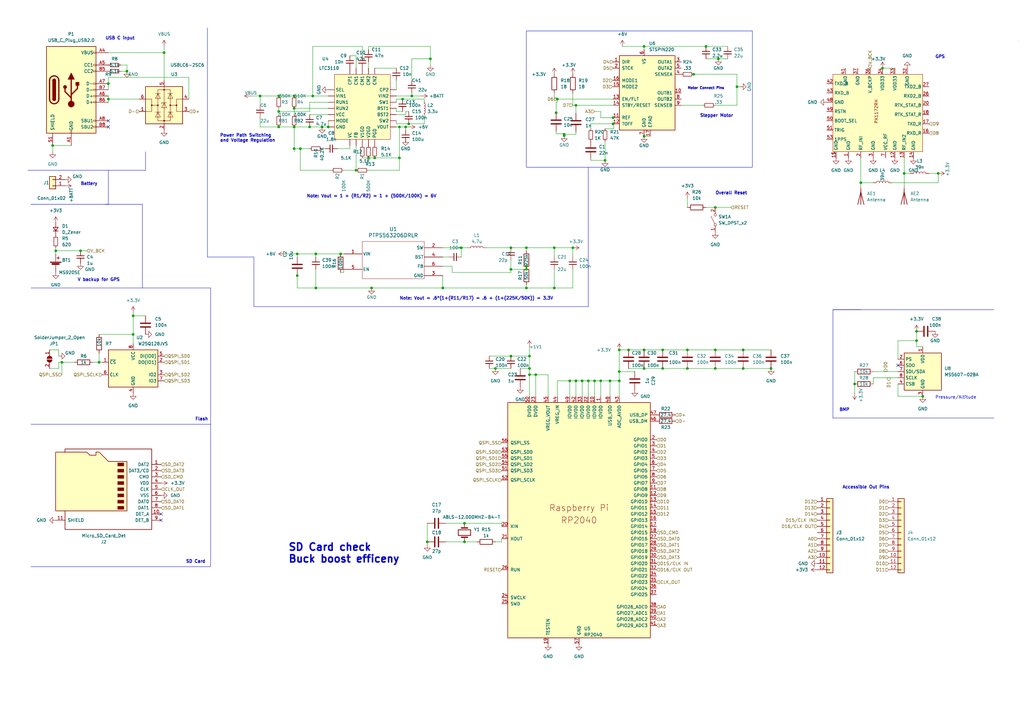
<source format=kicad_sch>
(kicad_sch (version 20230121) (generator eeschema)
  (paper "A3")
  (junction (at 120.65 44.45))
  (junction (at 114.3 45.72))
  (junction (at 353.06 74.93))
  (junction (at 284.48 30.48))
  (junction (at 375.92 139.7))
  (junction (at 243.84 156.21))
  (junction (at 52.07 29.21))
  (junction (at 293.37 143.51))
  (junction (at 251.46 48.26))
  (junction (at 370.84 71.12))
  (junction (at 251.46 50.8))
  (junction (at 227.33 118.11))
  (junction (at 209.55 146.05))
  (junction (at 190.5 222.25))
  (junction (at 132.08 52.07))
  (junction (at 168.91 39.37))
  (junction (at 294.64 24.13))
  (junction (at 203.2 151.13))
  (junction (at 361.95 27.94))
  (junction (at 264.16 151.13))
  (junction (at 151.13 64.77))
  (junction (at 215.9 118.11))
  (junction (at 350.52 157.48))
  (junction (at 190.5 214.63))
  (junction (at 128.27 39.37))
  (junction (at 302.26 35.56))
  (junction (at 217.17 146.05))
  (junction (at 25.4 148.59))
  (junction (at 293.37 85.09))
  (junction (at 250.19 156.21))
  (junction (at 129.54 104.14))
  (junction (at 209.55 101.6))
  (junction (at 293.37 151.13))
  (junction (at 44.45 34.29))
  (junction (at 114.3 39.37))
  (junction (at 176.53 24.13))
  (junction (at 209.55 110.49))
  (junction (at 227.33 101.6))
  (junction (at 215.9 109.22))
  (junction (at 228.6 40.64))
  (junction (at 153.67 64.77))
  (junction (at 217.17 151.13))
  (junction (at 384.81 71.12))
  (junction (at 219.71 153.67))
  (junction (at 123.19 60.96))
  (junction (at 233.68 156.21))
  (junction (at 281.94 143.51))
  (junction (at 163.83 64.77))
  (junction (at 167.64 50.8))
  (junction (at 120.65 52.07))
  (junction (at 44.45 40.64))
  (junction (at 289.56 19.05))
  (junction (at 241.3 156.21))
  (junction (at 40.64 148.59))
  (junction (at 234.95 101.6))
  (junction (at 54.61 129.54))
  (junction (at 121.92 113.03))
  (junction (at 264.16 55.88))
  (junction (at 217.17 153.67))
  (junction (at 152.4 118.11))
  (junction (at 254 156.21))
  (junction (at 271.78 151.13))
  (junction (at 120.65 39.37))
  (junction (at 127 52.07))
  (junction (at 175.26 222.25))
  (junction (at 134.62 52.07))
  (junction (at 236.22 156.21))
  (junction (at 54.61 137.16))
  (junction (at 215.9 101.6))
  (junction (at 181.61 118.11))
  (junction (at 146.05 69.85))
  (junction (at 254 152.4))
  (junction (at 33.02 102.87))
  (junction (at 163.83 52.07))
  (junction (at 316.23 151.13))
  (junction (at 121.92 104.14))
  (junction (at 114.3 52.07))
  (junction (at 264.16 143.51))
  (junction (at 281.94 151.13))
  (junction (at 238.76 156.21))
  (junction (at 129.54 118.11))
  (junction (at 231.394 55.118))
  (junction (at 231.394 55.626))
  (junction (at 215.9 110.49))
  (junction (at 21.59 59.69))
  (junction (at 254 143.51))
  (junction (at 375.92 135.89))
  (junction (at 304.8 151.13))
  (junction (at 304.8 143.51))
  (junction (at 378.46 162.56))
  (junction (at 236.22 43.18))
  (junction (at 248.158 65.786))
  (junction (at 165.1 40.64))
  (junction (at 139.7 104.14))
  (junction (at 120.65 60.96))
  (junction (at 67.31 21.59))
  (junction (at 264.16 19.05))
  (junction (at 22.86 102.87))
  (junction (at 257.81 143.51))
  (junction (at 106.68 39.37))
  (junction (at 166.37 52.07))
  (junction (at 228.092 46.228))
  (junction (at 246.38 156.21))
  (junction (at 271.78 143.51))
  (junction (at 189.23 101.6))
  (no_connect (at 368.3 149.86))
  (no_connect (at 44.45 49.53))
  (no_connect (at 66.04 213.36))
  (no_connect (at 66.04 210.82))
  (no_connect (at 44.45 52.07))
  (wire (pts (xy 228.346 46.228) (xy 228.092 46.228)))
  (wire (pts (xy 22.86 102.87) (xy 22.86 104.14)))
  (wire (pts (xy 254 143.51) (xy 257.81 143.51)))
  (wire (pts (xy 166.37 46.99) (xy 166.37 45.72)))
  (wire (pts (xy 200.66 146.05) (xy 209.55 146.05)))
  (wire (pts (xy 365.76 74.93) (xy 384.81 74.93)))
  (wire (pts (xy 255.27 19.05) (xy 264.16 19.05)))
  (wire (pts (xy 227.33 118.11) (xy 234.95 118.11)))
  (wire (pts (xy 54.61 137.16) (xy 54.61 140.97)))
  (wire (pts (xy 181.61 105.41) (xy 184.15 105.41)))
  (wire (pts (xy 242.316 50.8) (xy 251.46 50.8)))
  (wire (pts (xy 350.52 157.48) (xy 350.52 161.29)))
  (wire (pts (xy 236.22 156.21) (xy 236.22 162.56)))
  (wire (pts (xy 127 45.72) (xy 114.3 45.72)))
  (wire (pts (xy 257.81 143.51) (xy 264.16 143.51)))
  (wire (pts (xy 22.86 101.6) (xy 22.86 102.87)))
  (wire (pts (xy 234.95 101.6) (xy 234.95 105.41)))
  (wire (pts (xy 24.13 143.51) (xy 24.13 146.05)))
  (wire (pts (xy 40.64 144.78) (xy 40.64 148.59)))
  (wire (pts (xy 251.46 43.18) (xy 236.22 43.18)))
  (wire (pts (xy 129.54 110.49) (xy 129.54 118.11)))
  (wire (pts (xy 44.45 40.64) (xy 44.45 41.91)))
  (wire (pts (xy 264.16 19.05) (xy 264.16 20.32)))
  (wire (pts (xy 121.92 104.14) (xy 121.92 105.41)))
  (wire (pts (xy 251.46 48.26) (xy 251.714 48.26)))
  (wire (pts (xy 241.3 156.21) (xy 243.84 156.21)))
  (wire (pts (xy 289.56 19.05) (xy 298.45 19.05)))
  (wire (pts (xy 173.99 41.91) (xy 173.99 40.64)))
  (polyline (pts (xy 353.06 127) (xy 341.63 127)))
  (wire (pts (xy 102.87 39.37) (xy 106.68 39.37)))
  (wire (pts (xy 227.33 118.11) (xy 227.33 110.49)))
  (wire (pts (xy 303.53 35.56) (xy 302.26 35.56)))
  (polyline (pts (xy 104.14 125.73) (xy 241.3 125.73)))
  (wire (pts (xy 227.33 101.6) (xy 227.33 105.41)))
  (wire (pts (xy 114.3 44.45) (xy 114.3 45.72)))
  (wire (pts (xy 181.61 109.22) (xy 185.42 109.22)))
  (wire (pts (xy 175.26 214.63) (xy 175.26 222.25)))
  (wire (pts (xy 162.56 40.64) (xy 165.1 40.64)))
  (wire (pts (xy 123.19 69.85) (xy 123.19 60.96)))
  (wire (pts (xy 168.91 24.13) (xy 168.91 33.02)))
  (wire (pts (xy 134.62 49.53) (xy 134.62 52.07)))
  (wire (pts (xy 44.45 34.29) (xy 44.45 36.83)))
  (wire (pts (xy 185.42 111.76) (xy 209.55 111.76)))
  (wire (pts (xy 132.08 60.96) (xy 133.35 60.96)))
  (wire (pts (xy 162.56 52.07) (xy 163.83 52.07)))
  (wire (pts (xy 24.13 148.59) (xy 24.13 151.13)))
  (wire (pts (xy 121.92 113.03) (xy 121.92 118.11)))
  (wire (pts (xy 242.316 57.658) (xy 242.316 57.912)))
  (wire (pts (xy 242.316 52.832) (xy 242.316 50.8)))
  (wire (pts (xy 375.92 139.7) (xy 375.92 135.89)))
  (wire (pts (xy 129.54 118.11) (xy 152.4 118.11)))
  (wire (pts (xy 231.394 55.118) (xy 231.394 55.626)))
  (wire (pts (xy 54.61 129.54) (xy 59.69 129.54)))
  (wire (pts (xy 168.91 24.13) (xy 176.53 24.13)))
  (wire (pts (xy 368.3 147.32) (xy 368.3 139.7)))
  (wire (pts (xy 52.07 26.67) (xy 52.07 29.21)))
  (wire (pts (xy 143.51 60.96) (xy 138.43 60.96)))
  (wire (pts (xy 209.55 110.49) (xy 215.9 110.49)))
  (wire (pts (xy 236.22 156.21) (xy 238.76 156.21)))
  (wire (pts (xy 175.26 222.25) (xy 175.26 223.52)))
  (wire (pts (xy 264.16 151.13) (xy 271.78 151.13)))
  (wire (pts (xy 358.14 154.94) (xy 358.14 157.48)))
  (wire (pts (xy 121.92 104.14) (xy 129.54 104.14)))
  (wire (pts (xy 127 46.99) (xy 134.62 46.99)))
  (wire (pts (xy 38.1 148.59) (xy 40.64 148.59)))
  (wire (pts (xy 182.88 222.25) (xy 190.5 222.25)))
  (wire (pts (xy 146.05 27.94) (xy 146.05 22.86)))
  (wire (pts (xy 143.51 59.69) (xy 143.51 60.96)))
  (wire (pts (xy 294.64 24.13) (xy 298.45 24.13)))
  (wire (pts (xy 162.56 33.02) (xy 162.56 36.83)))
  (wire (pts (xy 238.76 156.21) (xy 238.76 162.56)))
  (wire (pts (xy 248.158 65.786) (xy 242.316 65.786)))
  (wire (pts (xy 54.61 137.16) (xy 54.61 129.54)))
  (wire (pts (xy 148.59 22.86) (xy 148.59 19.05)))
  (polyline (pts (xy 104.14 105.41) (xy 104.14 125.73)))
  (wire (pts (xy 248.158 52.832) (xy 251.714 52.832)))
  (wire (pts (xy 173.99 46.99) (xy 173.99 50.8)))
  (wire (pts (xy 358.14 152.4) (xy 368.3 152.4)))
  (wire (pts (xy 228.6 40.64) (xy 228.6 40.386)))
  (polyline (pts (xy 58.42 83.82) (xy 58.42 118.11)))
  (wire (pts (xy 52.07 29.21) (xy 49.53 29.21)))
  (wire (pts (xy 181.61 113.03) (xy 181.61 118.11)))
  (wire (pts (xy 132.08 52.07) (xy 134.62 52.07)))
  (wire (pts (xy 264.16 55.88) (xy 266.7 55.88)))
  (wire (pts (xy 123.19 69.85) (xy 135.89 69.85)))
  (wire (pts (xy 215.9 101.6) (xy 227.33 101.6)))
  (wire (pts (xy 215.9 118.11) (xy 215.9 116.84)))
  (wire (pts (xy 368.3 157.48) (xy 368.3 162.56)))
  (wire (pts (xy 120.65 44.45) (xy 134.62 44.45)))
  (wire (pts (xy 67.31 21.59) (xy 67.31 33.02)))
  (polyline (pts (xy 11.43 69.85) (xy 59.69 69.85)))
  (wire (pts (xy 200.66 151.13) (xy 203.2 151.13)))
  (wire (pts (xy 190.5 222.25) (xy 195.58 222.25)))
  (wire (pts (xy 176.53 19.05) (xy 176.53 24.13)))
  (wire (pts (xy 246.38 156.21) (xy 250.19 156.21)))
  (wire (pts (xy 246.38 48.26) (xy 251.46 48.26)))
  (wire (pts (xy 40.64 148.59) (xy 41.91 148.59)))
  (wire (pts (xy 168.91 38.1) (xy 168.91 39.37)))
  (wire (pts (xy 217.17 142.24) (xy 217.17 146.05)))
  (wire (pts (xy 181.61 101.6) (xy 189.23 101.6)))
  (wire (pts (xy 54.61 128.27) (xy 54.61 129.54)))
  (polyline (pts (xy 44.45 69.85) (xy 44.45 83.82)))
  (wire (pts (xy 166.37 58.42) (xy 166.37 57.15)))
  (wire (pts (xy 21.59 59.69) (xy 29.21 59.69)))
  (wire (pts (xy 40.64 137.16) (xy 54.61 137.16)))
  (wire (pts (xy 33.02 102.87) (xy 35.56 102.87)))
  (wire (pts (xy 185.42 109.22) (xy 185.42 111.76)))
  (wire (pts (xy 127 41.91) (xy 127 45.72)))
  (wire (pts (xy 224.79 153.67) (xy 219.71 153.67)))
  (wire (pts (xy 25.4 148.59) (xy 25.4 153.67)))
  (wire (pts (xy 254 152.4) (xy 260.35 152.4)))
  (wire (pts (xy 182.88 214.63) (xy 190.5 214.63)))
  (wire (pts (xy 106.68 39.37) (xy 114.3 39.37)))
  (wire (pts (xy 316.23 151.13) (xy 304.8 151.13)))
  (polyline (pts (xy 12.7 83.82) (xy 58.42 83.82)))
  (wire (pts (xy 190.5 214.63) (xy 205.74 214.63)))
  (wire (pts (xy 215.9 118.11) (xy 227.33 118.11)))
  (wire (pts (xy 162.56 49.53) (xy 162.56 50.8)))
  (wire (pts (xy 243.84 156.21) (xy 243.84 162.56)))
  (wire (pts (xy 293.37 43.18) (xy 302.26 43.18)))
  (wire (pts (xy 236.22 43.18) (xy 234.95 43.18)))
  (wire (pts (xy 123.19 60.96) (xy 127 60.96)))
  (wire (pts (xy 189.23 101.6) (xy 191.77 101.6)))
  (wire (pts (xy 227.33 40.386) (xy 227.33 38.1)))
  (wire (pts (xy 228.6 156.21) (xy 233.68 156.21)))
  (wire (pts (xy 281.94 143.51) (xy 293.37 143.51)))
  (wire (pts (xy 281.94 151.13) (xy 293.37 151.13)))
  (wire (pts (xy 289.56 24.13) (xy 294.64 24.13)))
  (wire (pts (xy 24.13 151.13) (xy 20.32 151.13)))
  (polyline (pts (xy 85.09 11.43) (xy 85.09 105.41)))
  (wire (pts (xy 162.56 44.45) (xy 162.56 45.72)))
  (wire (pts (xy 228.6 162.56) (xy 228.6 156.21)))
  (wire (pts (xy 370.84 76.2) (xy 370.84 71.12)))
  (wire (pts (xy 128.27 19.05) (xy 128.27 39.37)))
  (wire (pts (xy 353.06 74.93) (xy 353.06 64.77)))
  (wire (pts (xy 233.68 156.21) (xy 236.22 156.21)))
  (wire (pts (xy 151.13 64.77) (xy 153.67 64.77)))
  (wire (pts (xy 353.06 76.2) (xy 353.06 74.93)))
  (wire (pts (xy 246.38 45.72) (xy 246.38 48.26)))
  (wire (pts (xy 215.9 101.6) (xy 215.9 102.87)))
  (wire (pts (xy 251.46 40.64) (xy 228.6 40.64)))
  (polyline (pts (xy 341.63 127) (xy 341.63 171.45)))
  (wire (pts (xy 77.47 40.64) (xy 77.47 31.75)))
  (wire (pts (xy 121.92 110.49) (xy 121.92 113.03)))
  (wire (pts (xy 234.95 38.1) (xy 234.95 43.18)))
  (wire (pts (xy 49.53 26.67) (xy 52.07 26.67)))
  (wire (pts (xy 254 152.4) (xy 254 156.21)))
  (wire (pts (xy 128.27 39.37) (xy 134.62 39.37)))
  (wire (pts (xy 238.76 156.21) (xy 241.3 156.21)))
  (wire (pts (xy 224.79 162.56) (xy 224.79 153.67)))
  (polyline (pts (xy 341.63 171.45) (xy 407.67 171.45)))
  (wire (pts (xy 120.65 60.96) (xy 123.19 60.96)))
  (wire (pts (xy 173.99 50.8) (xy 167.64 50.8)))
  (wire (pts (xy 281.94 81.28) (xy 281.94 85.09)))
  (polyline (pts (xy 12.7 232.41) (xy 86.36 232.41)))
  (polyline (pts (xy 86.36 173.99) (xy 86.36 232.41)))
  (wire (pts (xy 203.2 222.25) (xy 205.74 222.25)))
  (wire (pts (xy 152.4 118.11) (xy 181.61 118.11)))
  (wire (pts (xy 228.092 54.864) (xy 231.394 54.864)))
  (wire (pts (xy 228.6 41.91) (xy 228.6 40.64)))
  (wire (pts (xy 120.65 62.23) (xy 120.65 60.96)))
  (wire (pts (xy 227.33 101.6) (xy 234.95 101.6)))
  (wire (pts (xy 215.9 107.95) (xy 215.9 109.22)))
  (polyline (pts (xy 44.45 83.82) (xy 43.18 83.82)))
  (wire (pts (xy 243.84 45.72) (xy 246.38 45.72)))
  (wire (pts (xy 203.2 151.13) (xy 209.55 151.13)))
  (wire (pts (xy 181.61 118.11) (xy 215.9 118.11)))
  (wire (pts (xy 166.37 53.34) (xy 166.37 52.07)))
  (wire (pts (xy 378.46 142.24) (xy 375.92 142.24)))
  (wire (pts (xy 209.55 106.68) (xy 209.55 110.49)))
  (wire (pts (xy 251.714 52.832) (xy 251.714 50.8)))
  (wire (pts (xy 153.67 64.77) (xy 163.83 64.77)))
  (wire (pts (xy 44.45 39.37) (xy 44.45 40.64)))
  (wire (pts (xy 370.84 71.12) (xy 373.38 71.12)))
  (wire (pts (xy 250.19 156.21) (xy 250.19 162.56)))
  (polyline (pts (xy 59.69 62.23) (xy 59.69 69.85)))
  (wire (pts (xy 236.22 54.102) (xy 236.22 55.118)))
  (wire (pts (xy 271.78 143.51) (xy 281.94 143.51)))
  (wire (pts (xy 120.65 44.45) (xy 120.65 46.99)))
  (wire (pts (xy 129.54 104.14) (xy 139.7 104.14)))
  (polyline (pts (xy 12.7 118.11) (xy 86.36 118.11)))
  (wire (pts (xy 21.59 59.69) (xy 21.59 62.23)))
  (wire (pts (xy 227.33 40.386) (xy 228.6 40.386)))
  (wire (pts (xy 168.91 39.37) (xy 172.72 39.37)))
  (wire (pts (xy 381 71.12) (xy 384.81 71.12)))
  (wire (pts (xy 358.14 154.94) (xy 368.3 154.94)))
  (wire (pts (xy 271.78 151.13) (xy 281.94 151.13)))
  (wire (pts (xy 162.56 50.8) (xy 167.64 50.8)))
  (wire (pts (xy 217.17 153.67) (xy 219.71 153.67)))
  (wire (pts (xy 250.19 156.21) (xy 254 156.21)))
  (wire (pts (xy 217.17 146.05) (xy 217.17 151.13)))
  (wire (pts (xy 77.47 31.75) (xy 44.45 31.75)))
  (wire (pts (xy 205.74 214.63) (xy 205.74 215.9)))
  (wire (pts (xy 120.65 52.07) (xy 127 52.07)))
  (wire (pts (xy 166.37 52.07) (xy 167.64 52.07)))
  (wire (pts (xy 248.158 57.912) (xy 248.158 65.786)))
  (wire (pts (xy 140.97 111.76) (xy 140.97 110.49)))
  (wire (pts (xy 116.84 104.14) (xy 121.92 104.14)))
  (wire (pts (xy 140.97 69.85) (xy 146.05 69.85)))
  (wire (pts (xy 22.86 102.87) (xy 33.02 102.87)))
  (wire (pts (xy 189.23 101.6) (xy 189.23 105.41)))
  (wire (pts (xy 114.3 45.72) (xy 114.3 46.99)))
  (wire (pts (xy 148.59 19.05) (xy 128.27 19.05)))
  (wire (pts (xy 162.56 46.99) (xy 166.37 46.99)))
  (wire (pts (xy 163.83 69.85) (xy 163.83 64.77)))
  (wire (pts (xy 129.54 104.14) (xy 129.54 105.41)))
  (wire (pts (xy 205.74 222.25) (xy 205.74 220.98)))
  (wire (pts (xy 106.68 52.07) (xy 114.3 52.07)))
  (wire (pts (xy 173.99 40.64) (xy 165.1 40.64)))
  (wire (pts (xy 231.394 54.864) (xy 231.394 55.118)))
  (wire (pts (xy 228.092 41.91) (xy 228.092 46.228)))
  (wire (pts (xy 209.55 146.05) (xy 217.17 146.05)))
  (wire (pts (xy 146.05 59.69) (xy 146.05 69.85)))
  (polyline (pts (xy 86.36 118.11) (xy 86.36 173.99)))
  (wire (pts (xy 151.13 20.32) (xy 151.13 19.05)))
  (wire (pts (xy 151.13 27.94) (xy 151.13 25.4)))
  (polyline (pts (xy 12.7 173.99) (xy 86.36 173.99)))
  (wire (pts (xy 284.48 30.48) (xy 302.26 30.48)))
  (wire (pts (xy 121.92 118.11) (xy 129.54 118.11)))
  (wire (pts (xy 257.81 151.13) (xy 264.16 151.13)))
  (wire (pts (xy 302.26 30.48) (xy 302.26 35.56)))
  (wire (pts (xy 302.26 35.56) (xy 302.26 43.18)))
  (wire (pts (xy 162.56 39.37) (xy 168.91 39.37)))
  (wire (pts (xy 213.36 151.13) (xy 217.17 151.13)))
  (wire (pts (xy 120.65 52.07) (xy 120.65 60.96)))
  (wire (pts (xy 293.37 143.51) (xy 304.8 143.51)))
  (wire (pts (xy 120.65 39.37) (xy 128.27 39.37)))
  (wire (pts (xy 264.16 143.51) (xy 271.78 143.51)))
  (wire (pts (xy 350.52 152.4) (xy 350.52 157.48)))
  (wire (pts (xy 44.45 21.59) (xy 67.31 21.59)))
  (wire (pts (xy 134.62 41.91) (xy 127 41.91)))
  (wire (pts (xy 114.3 52.07) (xy 120.65 52.07)))
  (wire (pts (xy 114.3 39.37) (xy 120.65 39.37)))
  (wire (pts (xy 163.83 64.77) (xy 163.83 52.07)))
  (wire (pts (xy 163.83 52.07) (xy 166.37 52.07)))
  (wire (pts (xy 231.394 55.626) (xy 231.394 55.88)))
  (wire (pts (xy 304.8 143.51) (xy 316.23 143.51)))
  (wire (pts (xy 199.39 101.6) (xy 209.55 101.6)))
  (wire (pts (xy 246.38 156.21) (xy 246.38 162.56)))
  (wire (pts (xy 67.31 19.05) (xy 67.31 21.59)))
  (wire (pts (xy 361.95 27.94) (xy 367.03 27.94)))
  (wire (pts (xy 368.3 162.56) (xy 378.46 162.56)))
  (wire (pts (xy 264.16 19.05) (xy 289.56 19.05)))
  (wire (pts (xy 44.45 31.75) (xy 44.45 34.29)))
  (wire (pts (xy 288.29 43.18) (xy 279.4 43.18)))
  (wire (pts (xy 228.6 41.91) (xy 228.092 41.91)))
  (wire (pts (xy 139.7 104.14) (xy 140.97 104.14)))
  (wire (pts (xy 146.05 22.86) (xy 143.51 22.86)))
  (wire (pts (xy 166.37 45.72) (xy 167.64 45.72)))
  (wire (pts (xy 153.67 27.94) (xy 162.56 27.94)))
  (wire (pts (xy 233.68 162.56) (xy 233.68 156.21)))
  (wire (pts (xy 293.37 85.09) (xy 299.72 85.09)))
  (wire (pts (xy 370.84 71.12) (xy 370.84 64.77)))
  (wire (pts (xy 57.15 40.64) (xy 44.45 40.64)))
  (wire (pts (xy 304.8 151.13) (xy 293.37 151.13)))
  (polyline (pts (xy 341.63 127) (xy 407.67 127)))
  (wire (pts (xy 215.9 109.22) (xy 215.9 110.49)))
  (wire (pts (xy 217.17 153.67) (xy 217.17 151.13)))
  (wire (pts (xy 234.95 118.11) (xy 234.95 110.49)))
  (wire (pts (xy 151.13 69.85) (xy 163.83 69.85)))
  (wire (pts (xy 236.22 43.18) (xy 236.22 46.482)))
  (wire (pts (xy 139.7 105.41) (xy 139.7 104.14)))
  (wire (pts (xy 219.71 153.67) (xy 219.71 162.56)))
  (wire (pts (xy 24.13 148.59) (xy 25.4 148.59)))
  (wire (pts (xy 251.46 50.8) (xy 251.714 50.8)))
  (polyline (pts (xy 241.3 68.58) (xy 241.3 125.73)))
  (wire (pts (xy 241.3 156.21) (xy 241.3 162.56)))
  (wire (pts (xy 254 156.21) (xy 254 162.56)))
  (wire (pts (xy 289.56 85.09) (xy 293.37 85.09)))
  (wire (pts (xy 209.55 101.6) (xy 215.9 101.6)))
  (wire (pts (xy 353.06 74.93) (xy 358.14 74.93)))
  (wire (pts (xy 148.59 64.77) (xy 151.13 64.77)))
  (wire (pts (xy 209.55 110.49) (xy 209.55 111.76)))
  (wire (pts (xy 384.81 74.93) (xy 384.81 71.12)))
  (wire (pts (xy 242.316 65.786) (xy 242.316 65.278)))
  (wire (pts (xy 25.4 148.59) (xy 30.48 148.59)))
  (wire (pts (xy 217.17 153.67) (xy 217.17 162.56)))
  (wire (pts (xy 254 143.51) (xy 254 152.4)))
  (wire (pts (xy 127 52.07) (xy 132.08 52.07)))
  (wire (pts (xy 151.13 19.05) (xy 176.53 19.05)))
  (wire (pts (xy 176.53 24.13) (xy 176.53 26.67)))
  (polyline (pts (xy 85.09 105.41) (xy 104.14 105.41)))
  (wire (pts (xy 375.92 142.24) (xy 375.92 139.7)))
  (wire (pts (xy 236.22 55.118) (xy 231.394 55.118)))
  (wire (pts (xy 20.32 143.51) (xy 24.13 143.51)))
  (wire (pts (xy 368.3 139.7) (xy 375.92 139.7)))
  (wire (pts (xy 162.56 41.91) (xy 162.56 40.64)))
  (wire (pts (xy 228.092 54.864) (xy 228.092 53.848)))
  (wire (pts (xy 106.68 48.26) (xy 106.68 52.07)))
  (wire (pts (xy 139.7 111.76) (xy 140.97 111.76)))
  (wire (pts (xy 106.68 43.18) (xy 106.68 39.37)))
  (wire (pts (xy 162.56 45.72) (xy 165.1 45.72)))
  (wire (pts (xy 284.226 30.48) (xy 284.48 30.48)))
  (wire (pts (xy 243.84 156.21) (xy 246.38 156.21)))
  (rectangle (start 215.9 12.7) (end 308.61 68.58))
  (text "Accessible Out Pins\n" (at 345.44 200.66 0) (effects (font (size 1.27 1.27) bold) (justify left bottom)))
  (text "Flash" (at 80.01 172.72 0) (effects (font (size 1.27 1.27) bold) (justify left bottom)))
  (text "V backup for GPS" (at 31.75 115.57 0) (effects (font (size 1.27 1.27) bold) (justify left bottom)))
  (text "Power Path Switching \nand Voltage Regulation" (at 90.17 58.42 0) (effects (font (size 1.27 1.27) bold) (justify left bottom)))
  (text "USB C input" (at 43.18 16.51 0) (effects (font (size 1.27 1.27) bold) (justify left bottom)))
  (text "GPS" (at 383.54 24.13 0) (effects (font (size 1.27 1.27) bold) (justify left bottom)))
  (text "Pressure/Altitude\n" (at 383.54 163.83 0) (effects (font (size 1.27 1.27)) (justify left bottom)))
  (text "Battery" (at 33.02 76.2 0) (effects (font (size 1.27 1.27) bold) (justify left bottom)))
  (text "Motor Connect Pins\n" (at 281.94 36.83 0) (effects (font (size 1 1) (thickness 0.254) bold) (justify left bottom)))
  (text "BMP" (at 344.17 168.91 0) (effects (font (size 1.27 1.27) bold) (justify left bottom)))
  (text "Note: Vout = 1 + (R1/R2) = 1 + (500K/100K) = 6V\n" (at 125.73 81.28 0) (effects (font (size 1.27 1.27) (thickness 0.254) bold) (justify left bottom)))
  (text "Stepper Motor\n" (at 287.02 48.26 0) (effects (font (size 1.27 1.27) (thickness 0.254) bold) (justify left bottom)))
  (text "Note: Vout = .6*(1+(R11/R17) = .6 + (1+(225K/50K)) = 3.3V\n" (at 163.83 123.19 0) (effects (font (size 1.27 1.27) (thickness 0.254) bold) (justify left bottom)))
  (text "SD Card check\nBuck boost efficeny" (at 118.11 231.14 0) (effects (font (size 3 3) bold) (justify left bottom)))
  (text "SD Card" (at 76.2 231.14 0) (effects (font (size 1.27 1.27) bold) (justify left bottom)))
  (text "Overall Reset" (at 293.37 80.01 0) (effects (font (size 1.27 1.27) bold) (justify left bottom)))
  (hierarchical_label "A1" (shape input) (at 269.24 251.46 0))
  (hierarchical_label "SD_DAT1" (shape input) (at 66.04 208.28 0))
  (hierarchical_label "D9" (shape input) (at 269.24 203.2 0))
  (hierarchical_label "D16{slash}CLK OUT" (shape input) (at 269.24 233.68 0))
  (hierarchical_label "QSPI_SD1" (shape input) (at 67.31 148.59 0))
  (hierarchical_label "SD_DAT1" (shape input) (at 269.24 223.52 0))
  (hierarchical_label "V_BCK" (shape input) (at 35.56 102.87 0))
  (hierarchical_label "CLK_OUT" (shape input) (at 269.24 238.76 0))
  (hierarchical_label "QSPI_SD2" (shape input) (at 67.31 153.67 0))
  (hierarchical_label "D3" (shape input) (at 364.49 213.36 180))
  (hierarchical_label "SD_CMD" (shape input) (at 269.24 218.44 0))
  (hierarchical_label "D0" (shape input) (at 269.24 180.34 0))
  (hierarchical_label "A0" (shape input) (at 269.24 248.92 0))
  (hierarchical_label "QSPI_SCLK" (shape input) (at 41.91 153.67 180))
  (hierarchical_label "D+" (shape input) (at 77.47 45.72 0))
  (hierarchical_label "D10" (shape input) (at 269.24 205.74 0))
  (hierarchical_label "QSPI_SD3" (shape input) (at 205.74 193.04 180))
  (hierarchical_label "D7" (shape input) (at 364.49 223.52 180))
  (hierarchical_label "D5" (shape input) (at 364.49 218.44 180))
  (hierarchical_label "A3" (shape input) (at 243.84 45.72 180))
  (hierarchical_label "D9" (shape input) (at 364.49 228.6 180))
  (hierarchical_label "QSPI_SCLK" (shape input) (at 205.74 196.85 180))
  (hierarchical_label "SD_CMD" (shape input) (at 66.04 195.58 0))
  (hierarchical_label "A1" (shape input) (at 335.28 223.52 180))
  (hierarchical_label "SD_DAT0" (shape input) (at 66.04 205.74 0))
  (hierarchical_label "QSPI_SD2" (shape input) (at 205.74 190.5 180))
  (hierarchical_label "D8" (shape input) (at 364.49 226.06 180))
  (hierarchical_label "A0" (shape input) (at 335.28 220.98 180))
  (hierarchical_label "D14" (shape input) (at 335.28 210.82 180))
  (hierarchical_label "D8" (shape input) (at 269.24 200.66 0))
  (hierarchical_label "D2" (shape input) (at 364.49 210.82 180))
  (hierarchical_label "D-" (shape input) (at 276.86 172.72 0))
  (hierarchical_label "D6" (shape input) (at 364.49 220.98 180))
  (hierarchical_label "A3" (shape input) (at 269.24 256.54 0))
  (hierarchical_label "QSPI_SD1" (shape input) (at 205.74 187.96 180))
  (hierarchical_label "QSPI_SD0" (shape input) (at 67.31 146.05 0))
  (hierarchical_label "D2" (shape input) (at 251.206 33.02 180))
  (hierarchical_label "D13" (shape input) (at 335.28 208.28 180))
  (hierarchical_label "D10" (shape input) (at 364.49 231.14 180))
  (hierarchical_label "A3" (shape input) (at 335.28 228.6 180))
  (hierarchical_label "D6" (shape input) (at 269.24 195.58 0))
  (hierarchical_label "QSPI_SS" (shape input) (at 25.4 153.67 180))
  (hierarchical_label "D5" (shape input) (at 251.46 27.94 180))
  (hierarchical_label "QSPI_SD3" (shape input) (at 67.31 156.21 0))
  (hierarchical_label "D12" (shape input) (at 335.28 205.74 180))
  (hierarchical_label "D7" (shape input) (at 269.24 198.12 0))
  (hierarchical_label "D4" (shape input) (at 364.49 215.9 180))
  (hierarchical_label "D8" (shape input) (at 381 54.61 0))
  (hierarchical_label "D4" (shape input) (at 269.24 190.5 0))
  (hierarchical_label "V_BCK" (shape input) (at 356.87 27.94 90))
  (hierarchical_label "D-" (shape input) (at 57.15 45.72 180))
  (hierarchical_label "D7" (shape input) (at 234.95 43.18 180))
  (hierarchical_label "SD_DAT2" (shape input) (at 269.24 226.06 0))
  (hierarchical_label "D+" (shape input) (at 276.86 170.18 0))
  (hierarchical_label "A2" (shape input) (at 335.28 226.06 180))
  (hierarchical_label "SD_DAT3" (shape input) (at 269.24 228.6 0))
  (hierarchical_label "D5" (shape input) (at 269.24 193.04 0))
  (hierarchical_label "SD_DAT3" (shape input) (at 66.04 193.04 0))
  (hierarchical_label "SD_DAT0" (shape input) (at 269.24 220.98 0))
  (hierarchical_label "QSPI_SD0" (shape input) (at 205.74 185.42 180))
  (hierarchical_label "D9" (shape input) (at 381 50.8 0))
  (hierarchical_label "SD_DAT2" (shape input) (at 66.04 190.5 0))
  (hierarchical_label "D3" (shape input) (at 251.206 35.56 180))
  (hierarchical_label "D15{slash}CLK IN" (shape input) (at 335.28 213.36 180))
  (hierarchical_label "D1" (shape output) (at 364.49 154.94 270))
  (hierarchical_label "D0" (shape output) (at 363.22 152.4 90))
  (hierarchical_label "CLK_OUT" (shape input) (at 66.04 200.66 0))
  (hierarchical_label "D12" (shape input) (at 269.24 210.82 0))
  (hierarchical_label "RESET" (shape input) (at 299.72 85.09 0))
  (hierarchical_label "D0" (shape input) (at 364.49 205.74 180))
  (hierarchical_label "A2" (shape input) (at 269.24 254 0))
  (hierarchical_label "D11" (shape input) (at 364.49 233.68 180))
  (hierarchical_label "D15{slash}CLK IN" (shape input) (at 269.24 231.14 0))
  (hierarchical_label "D4" (shape input) (at 251.46 25.4 180))
  (hierarchical_label "D11" (shape input) (at 269.24 208.28 0))
  (hierarchical_label "D3" (shape input) (at 269.24 187.96 0))
  (hierarchical_label "QSPI_SS" (shape input) (at 205.74 181.61 180))
  (hierarchical_label "D6" (shape input) (at 228.6 40.64 180))
  (hierarchical_label "D2" (shape input) (at 269.24 185.42 0))
  (hierarchical_label "D1" (shape input) (at 269.24 182.88 0))
  (hierarchical_label "D16{slash}CLK OUT" (shape input) (at 335.28 215.9 180))
  (hierarchical_label "D1" (shape input) (at 364.49 208.28 180))
  (hierarchical_label "RESET" (shape input) (at 205.74 233.68 180))
  (symbol (lib_id "power:GND") (at 175.26 223.52 0) (unit 1)
    (property "Reference" "#PWR0130" (effects hide))
    (property "Value" "GND" (at 175.26 228.6 0))
  )
  (symbol (lib_id "Device:R_Small") (at 148.59 69.85 90) (unit 1)
    (property "Reference" "R1" (at 148.59 73.66 0) (effects (justify left)))
    (property "Value" "500K" (at 151.13 78.74 0) (effects (justify left)))
    (property "Footprint" "Resistor_SMD:R_0603_1608Metric" (effects hide))
  )
  (symbol (lib_id "power:GND") (at 52.07 29.21 0) (unit 1)
    (property "Reference" "#PWR0129" (effects hide))
    (property "Value" "GND" (at 54.61 30.48 0))
  )
  (symbol (lib_id "Device:L") (at 195.58 101.6 90) (unit 1)
    (property "Reference" "L1" (at 195.58 96.52 90))
    (property "Value" "4.7u" (at 195.58 99.06 90))
    (property "Footprint" "Inductor_SMD:L_0603_1608Metric" (effects hide))
  )
  (symbol (lib_id "Compon:RP2040") (at 237.49 213.36 0) (unit 1)
    (property "Reference" "U5" (at 239.5094 257.81 0) (effects (justify left)))
    (property "Value" "RP2040" (at 239.5094 260.35 0) (effects (justify left)))
    (property "Footprint" "RP2040_minimal:RP2040-QFN-56" (effects hide))
    (property "Datasheet" "https://datasheets.raspberrypi.com/rp2040/rp2040-datasheet.pdf" (effects hide))
  )
  (symbol (lib_id "Device:C") (at 59.69 133.35 0) (unit 1)
    (property "Reference" "C5" (at 63.5 130.81 0) (effects (justify left)))
    (property "Value" "100n" (at 63.5 133.35 0) (effects (justify left)))
    (property "Footprint" "Capacitor_SMD:C_0402_1005Metric" (effects hide))
  )
  (symbol (lib_id "Device:C_Small") (at 127 49.53 0) (unit 1)
    (property "Reference" "C7" (at 129.54 48.2662 0) (effects (justify left)))
    (property "Value" "4.7u" (at 129.54 50.8062 0) (effects (justify left)))
    (property "Footprint" "Capacitor_SMD:C_0402_1005Metric" (effects hide))
  )
  (symbol (lib_id "Device:R_Small") (at 129.54 60.96 90) (unit 1)
    (property "Reference" "R10" (at 129.54 64.77 0) (effects (justify left)))
    (property "Value" "40.2K" (at 132.08 66.04 0) (effects (justify left)))
    (property "Footprint" "Resistor_SMD:R_0603_1608Metric" (effects hide))
  )
  (symbol (lib_id "GPS:PX1172RH") (at 367.03 55.88 0) (unit 1)
    (property "Reference" "U7" (effects hide))
    (property "Value" "~" (at 431.8 50.8 0))
    (property "Footprint" "GPS:PX1172RH" (effects hide))
  )
  (symbol (lib_id "Device:L_Small") (at 173.99 44.45 0) (unit 1)
    (property "Reference" "L2" (at 175.26 43.18 0) (effects (justify left)))
    (property "Value" "3.3u" (at 175.26 45.72 0) (effects (justify left)))
    (property "Footprint" "Inductor_SMD:L_0603_1608Metric" (effects hide))
  )
  (symbol (lib_id "power:GND") (at 213.36 158.75 0) (unit 1)
    (property "Reference" "#PWR0118" (effects hide))
    (property "Value" "GND" (at 213.36 163.83 0))
  )
  (symbol (lib_id "Device:R_Small") (at 46.99 26.67 90) (unit 1)
    (property "Reference" "R8" (at 46.99 24.13 90))
    (property "Value" "5.1k" (at 46.99 26.67 90) (effects (font (size 1.2 1.2))))
    (property "Footprint" "Resistor_SMD:R_0603_1608Metric" (effects hide))
  )
  (symbol (lib_id "power:+3.3V") (at 234.95 30.48 0) (unit 1)
    (property "Reference" "#PWR03" (effects hide))
    (property "Value" "+3.3V" (at 236.22 26.67 0) (effects (justify right)))
  )
  (symbol (lib_id "power:+3.3V") (at 375.92 135.89 0) (unit 1)
    (property "Reference" "#PWR0107" (effects hide))
    (property "Value" "+3.3V" (at 375.92 130.81 0))
  )
  (symbol (lib_id "Device:R") (at 215.9 106.68 180) (unit 1)
    (property "Reference" "R11" (at 213.36 106.68 90))
    (property "Value" "225k" (at 215.9 106.68 90))
    (property "Footprint" "Resistor_SMD:R_0603_1608Metric" (effects hide))
  )
  (symbol (lib_id "power:GND") (at 26.67 73.66 90) (unit 1)
    (property "Reference" "#PWR0126" (effects hide))
    (property "Value" "GND" (at 31.75 72.39 90))
  )
  (symbol (lib_id "Device:R_Small") (at 138.43 69.85 90) (unit 1)
    (property "Reference" "R2" (at 138.43 73.66 0) (effects (justify left)))
    (property "Value" "100K" (at 140.97 78.74 0) (effects (justify left)))
    (property "Footprint" "Resistor_SMD:R_0603_1608Metric" (effects hide))
  )
  (symbol (lib_id "Device:C") (at 179.07 222.25 90) (unit 1)
    (property "Reference" "C18" (at 179.07 218.44 90))
    (property "Value" "27p" (at 179.07 226.06 90))
    (property "Footprint" "Capacitor_SMD:C_0603_1608Metric_Pad1.08x0.95mm_HandSolder" (effects hide))
  )
  (symbol (lib_id "Power_Protection:USBLC6-2SC6") (at 67.31 43.18 0) (unit 1)
    (property "Reference" "U3" (at 70.0787 30.48 0) (effects (justify left)))
    (property "Value" "USBLC6-2SC6" (at 69.85 26.67 0) (effects (justify left)))
    (property "Footprint" "Package_TO_SOT_SMD:SOT-23-6" (effects hide))
    (property "Datasheet" "https://www.st.com/resource/en/datasheet/usblc6-2.pdf" (effects hide))
  )
  (symbol (lib_id "Device:C_Small") (at 151.13 22.86 0) (unit 1)
    (property "Reference" "C11" (at 152.4 20.32 0) (effects (justify left)))
    (property "Value" "47n" (at 153.67 22.86 0) (effects (justify left)))
    (property "Footprint" "Capacitor_SMD:C_0402_1005Metric" (effects hide))
  )
  (symbol (lib_id "power:+6V") (at 116.84 104.14 90) (unit 1)
    (property "Reference" "#PWR010" (effects hide))
    (property "Value" "+6V" (at 113.03 104.14 90) (effects (justify left)))
  )
  (symbol (lib_name "C_Small_1") (lib_id "Device:C_Small") (at 186.69 105.41 90) (unit 1)
    (property "Reference" "C3" (at 186.6963 99.06 90))
    (property "Value" "100n" (at 186.6963 101.6 90))
    (property "Footprint" "Capacitor_SMD:C_0402_1005Metric_Pad0.74x0.62mm_HandSolder" (effects hide))
  )
  (symbol (lib_id "Device:R") (at 40.64 140.97 0) (unit 1)
    (property "Reference" "R7" (at 43.18 140.97 0) (effects (justify left)))
    (property "Value" "10k" (at 40.64 142.24 90) (effects (justify left)))
    (property "Footprint" "Resistor_SMD:R_0603_1608Metric" (effects hide))
  )
  (symbol (lib_id "Device:R") (at 273.05 172.72 270) (unit 1)
    (property "Reference" "R23" (at 273.05 175.26 90))
    (property "Value" "27.4" (at 273.05 172.72 90))
    (property "Footprint" "Resistor_SMD:R_0603_1608Metric" (effects hide))
  )
  (symbol (lib_id "power:GND") (at 33.02 107.95 0) (unit 1)
    (property "Reference" "#PWR0136" (effects hide))
    (property "Value" "GND" (at 36.83 110.49 0))
  )
  (symbol (lib_id "Device:R_Small") (at 114.3 49.53 180) (unit 1)
    (property "Reference" "RB1" (at 118.11 49.53 0) (effects (justify left)))
    (property "Value" "100K" (at 119.38 46.99 0) (effects (justify left)))
    (property "Footprint" "Resistor_SMD:R_0603_1608Metric" (effects hide))
  )
  (symbol (lib_id "power:GND") (at 203.2 151.13 0) (unit 1)
    (property "Reference" "#PWR0131" (effects hide))
    (property "Value" "GND" (at 203.2 156.21 0))
  )
  (symbol (lib_id "power:GND") (at 24.13 146.05 90) (unit 1)
    (property "Reference" "#PWR0134" (effects hide))
    (property "Value" "GND" (at 26.67 144.78 90) (effects (justify right)))
  )
  (symbol (lib_id "power:+3.3V") (at 227.33 30.48 0) (unit 1)
    (property "Reference" "#PWR04" (effects hide))
    (property "Value" "+3.3V" (at 220.98 30.48 0))
  )
  (symbol (lib_id "Device:C") (at 281.94 147.32 0) (unit 1)
    (property "Reference" "C32" (at 285.75 146.0499 0) (effects (justify left)))
    (property "Value" "100n" (at 285.75 148.5899 0) (effects (justify left)))
    (property "Footprint" "Capacitor_SMD:C_0402_1005Metric" (effects hide))
  )
  (symbol (lib_name "C_Small_1") (lib_id "Device:C_Small") (at 227.33 107.95 180) (unit 1)
    (property "Reference" "C21" (at 228.6 105.41 0) (effects (justify right)))
    (property "Value" "22u" (at 228.6 110.49 0) (effects (justify right)))
    (property "Footprint" "Capacitor_SMD:C_0402_1005Metric_Pad0.74x0.62mm_HandSolder" (effects hide))
  )
  (symbol (lib_id "power:+3V3") (at 22.86 91.44 0) (unit 1)
    (property "Reference" "#PWR0137" (effects hide))
    (property "Value" "+3V3" (at 22.86 86.36 0))
  )
  (symbol (lib_id "Device:Antenna") (at 370.84 81.28 180) (unit 1)
    (property "Reference" "AE2" (at 373.38 79.375 0) (effects (justify right)))
    (property "Value" "Antenna" (at 373.38 81.915 0) (effects (justify right)))
    (property "Footprint" "GPS:SMA_Molex_73251-1153_EdgeMount_Horizontal" (effects hide))
  )
  (symbol (lib_id "power:+3.3V") (at 361.95 27.94 0) (unit 1)
    (property "Reference" "#PWR017" (effects hide))
    (property "Value" "+3.3V" (at 363.22 24.13 0) (effects (justify right)))
  )
  (symbol (lib_id "Device:R_Small") (at 120.65 41.91 180) (unit 1)
    (property "Reference" "R4" (at 124.46 41.91 0) (effects (justify left)))
    (property "Value" "510K" (at 125.73 39.37 0) (effects (justify left)))
    (property "Footprint" "Resistor_SMD:R_0603_1608Metric" (effects hide))
  )
  (symbol (lib_id "power:GND") (at 22.86 111.76 0) (unit 1)
    (property "Reference" "#PWR0135" (effects hide))
    (property "Value" "GND" (at 22.86 116.84 0))
  )
  (symbol (lib_id "power:GND") (at 260.35 160.02 0) (unit 1)
    (property "Reference" "#PWR0115" (effects hide))
    (property "Value" "GND" (at 266.7 162.56 0) (effects (justify right)))
  )
  (symbol (lib_id "power:+3.3V") (at 384.81 71.12 270) (unit 1)
    (property "Reference" "#PWR014" (effects hide))
    (property "Value" "+3.3V" (at 388.62 72.39 0) (effects (justify right)))
  )
  (symbol (lib_id "power:GND") (at 303.53 35.56 90) (unit 1)
    (property "Reference" "#PWR07" (effects hide))
    (property "Value" "GND" (at 307.34 35.56 0))
  )
  (symbol (lib_id "Device:C_Small") (at 162.56 30.48 0) (unit 1)
    (property "Reference" "C12" (at 163.83 27.94 0) (effects (justify left)))
    (property "Value" "10n" (at 165.1 30.48 0) (effects (justify left)))
    (property "Footprint" "Capacitor_SMD:C_0402_1005Metric" (effects hide))
  )
  (symbol (lib_id "power:GND") (at 374.65 64.77 0) (unit 1)
    (property "Reference" "#PWR021" (effects hide))
    (property "Value" "GND" (at 374.65 69.85 0))
  )
  (symbol (lib_id "Device:C_Small") (at 165.1 43.18 0) (unit 1)
    (property "Reference" "C13" (at 166.37 41.91 0) (effects (justify left)))
    (property "Value" "100n" (at 167.64 43.18 0) (effects (justify left)))
    (property "Footprint" "Capacitor_SMD:C_0402_1005Metric" (effects hide))
  )
  (symbol (lib_id "power:+3.3V") (at 66.04 198.12 270) (mirror x) (unit 1)
    (property "Reference" "#PWR0140" (effects hide))
    (property "Value" "+3.3V" (at 69.85 198.1201 90) (effects (justify left)))
  )
  (symbol (lib_id "Device:C_Small") (at 289.56 21.59 0) (unit 1)
    (property "Reference" "C33" (at 292.1 20.3263 0) (effects (justify left)))
    (property "Value" "2.2u" (at 292.1 22.8663 0) (effects (justify left)))
    (property "Footprint" "Capacitor_SMD:C_0402_1005Metric" (effects hide))
  )
  (symbol (lib_id "Device:R_Small") (at 151.13 62.23 0) (unit 1)
    (property "Reference" "R13" (at 149.86 67.31 0) (effects (justify left)))
    (property "Value" "5.1K" (at 147.32 66.04 0) (effects (justify left)))
    (property "Footprint" "Resistor_SMD:R_0603_1608Metric" (effects hide))
  )
  (symbol (lib_id "power:GND") (at 347.98 64.77 0) (unit 1)
    (property "Reference" "#PWR018" (effects hide))
    (property "Value" "GND" (at 347.98 69.85 0))
  )
  (symbol (lib_id "power:+6V") (at 167.64 52.07 270) (unit 1)
    (property "Reference" "#PWR09" (effects hide))
    (property "Value" "+6V" (at 171.45 52.07 90) (effects (justify left)))
  )
  (symbol (lib_id "power:GND") (at 372.11 27.94 180) (unit 1)
    (property "Reference" "#PWR022" (effects hide))
    (property "Value" "GND" (at 372.11 22.86 0))
  )
  (symbol (lib_id "power:GND") (at 264.16 55.88 0) (unit 1)
    (property "Reference" "#PWR02" (effects hide))
    (property "Value" "GND" (at 264.16 59.69 0))
  )
  (symbol (lib_id "Sensor_Pressure:MS5607-02BA") (at 378.46 152.4 0) (unit 1)
    (property "Reference" "U8" (at 387.35 151.1299 0) (effects (justify left)))
    (property "Value" "MS5607-02BA" (at 387.35 153.6699 0) (effects (justify left)))
    (property "Footprint" "Package_LGA:LGA-8_3x5mm_P1.25mm" (effects hide))
    (property "Datasheet" "https://www.te.com/commerce/DocumentDelivery/DDEController?Action=showdoc&DocId=Data+Sheet%7FMS5607-02BA03%7FB2%7Fpdf%7FEnglish%7FENG_DS_MS5607-02BA03_B2.pdf%7FCAT-BLPS0035" (effects hide))
  )
  (symbol (lib_id "Device:R_Small") (at 153.67 62.23 0) (unit 1)
    (property "Reference" "R14" (at 156.21 60.96 0) (effects (justify left)))
    (property "Value" "5.1K" (at 156.21 63.5 0) (effects (justify left)))
    (property "Footprint" "Resistor_SMD:R_0603_1608Metric" (effects hide))
  )
  (symbol (lib_id "power:GND") (at 59.69 137.16 90) (unit 1)
    (property "Reference" "#PWR0133" (effects hide))
    (property "Value" "GND" (at 63.5 137.1599 90) (effects (justify right)))
  )
  (symbol (lib_id "Device:C_Small") (at 167.64 48.26 0) (unit 1)
    (property "Reference" "C15" (at 168.91 45.72 0) (effects (justify left)))
    (property "Value" "100n" (at 170.18 48.26 0) (effects (justify left)))
    (property "Footprint" "Capacitor_SMD:C_0402_1005Metric" (effects hide))
  )
  (symbol (lib_name "L_1") (lib_id "Device:L") (at 377.19 71.12 90) (unit 1)
    (property "Reference" "L3" (at 377.19 66.04 90))
    (property "Value" "39n" (at 377.19 68.58 90))
    (property "Footprint" "Inductor_SMD:L_0603_1608Metric" (effects hide))
  )
  (symbol (lib_id "Device:C") (at 228.092 50.038 0) (unit 1)
    (property "Reference" "C25" (at 231.14 48.768 0) (effects (justify left)))
    (property "Value" "10n" (at 231.14 51.308 0) (effects (justify left)))
    (property "Footprint" "Capacitor_SMD:C_0402_1005Metric" (effects hide))
  )
  (symbol (lib_id "Device:R") (at 285.75 85.09 90) (unit 1)
    (property "Reference" "R26" (at 285.75 78.74 90))
    (property "Value" "10k" (at 285.75 81.28 90))
    (property "Footprint" "Resistor_SMD:R_0603_1608Metric" (effects hide))
  )
  (symbol (lib_id "Device:C") (at 121.92 109.22 180) (unit 1)
    (property "Reference" "C2" (at 116.84 102.87 90) (effects (justify left)))
    (property "Value" "10u" (at 119.38 102.87 90) (effects (justify left)))
    (property "Footprint" "Capacitor_SMD:C_0402_1005Metric" (effects hide))
  )
  (symbol (lib_id "power:+1V1") (at 217.17 142.24 0) (unit 1)
    (property "Reference" "#PWR0101" (effects hide))
    (property "Value" "+1V1" (at 219.71 142.24 0))
  )
  (symbol (lib_id "power:GND") (at 293.37 95.25 0) (unit 1)
    (property "Reference" "#PWR0103" (effects hide))
    (property "Value" "GND" (at 293.37 100.33 0))
  )
  (symbol (lib_id "Device:C") (at 304.8 147.32 0) (unit 1)
    (property "Reference" "C36" (at 308.61 146.0499 0) (effects (justify left)))
    (property "Value" "100n" (at 308.61 148.5899 0) (effects (justify left)))
    (property "Footprint" "Capacitor_SMD:C_0402_1005Metric" (effects hide))
  )
  (symbol (lib_id "power:GND") (at 248.158 65.786 0) (unit 1)
    (property "Reference" "#PWR06" (effects hide))
    (property "Value" "GND" (at 248.158 69.596 0))
  )
  (symbol (lib_id "Device:C") (at 213.36 154.94 0) (unit 1)
    (property "Reference" "C23" (at 208.28 153.67 0) (effects (justify left)))
    (property "Value" "1u" (at 208.28 156.21 0) (effects (justify left)))
    (property "Footprint" "Capacitor_SMD:C_0603_1608Metric_Pad1.08x0.95mm_HandSolder" (effects hide))
  )
  (symbol (lib_id "Device:R") (at 139.7 107.95 180) (unit 1)
    (property "Reference" "R16" (at 137.16 107.95 90))
    (property "Value" "100K" (at 139.7 107.95 90))
    (property "Footprint" "Resistor_SMD:R_0603_1608Metric" (effects hide))
  )
  (symbol (lib_name "C_Small_1") (lib_id "Device:C_Small") (at 234.95 107.95 180) (unit 1)
    (property "Reference" "C24" (at 237.49 106.6736 0) (effects (justify right)))
    (property "Value" "100n" (at 237.49 109.2136 0) (effects (justify right)))
    (property "Footprint" "Capacitor_SMD:C_0402_1005Metric_Pad0.74x0.62mm_HandSolder" (effects hide))
  )
  (symbol (lib_id "power:GND") (at 335.28 231.14 270) (unit 1)
    (property "Reference" "#PWR0120" (effects hide))
    (property "Value" "GND" (at 331.47 231.1399 90) (effects (justify right)))
  )
  (symbol (lib_id "Memory_Flash:W25Q128JVS") (at 54.61 151.13 0) (unit 1)
    (property "Reference" "U2" (at 55.88 138.43 0) (effects (justify left)))
    (property "Value" "W25Q128JVS" (at 56.6294 140.97 0) (effects (justify left)))
    (property "Footprint" "Package_SO:SOIC-8_5.23x5.23mm_P1.27mm" (effects hide))
    (property "Datasheet" "http://www.winbond.com/resource-files/w25q128jv_dtr%20revc%2003272018%20plus.pdf" (effects hide))
  )
  (symbol (lib_id "Device:R") (at 215.9 113.03 180) (unit 1)
    (property "Reference" "R17" (at 213.36 113.03 90))
    (property "Value" "50k" (at 215.9 113.03 90))
    (property "Footprint" "Resistor_SMD:R_0603_1608Metric" (effects hide))
  )
  (symbol (lib_id "power:GND") (at 378.46 162.56 0) (unit 1)
    (property "Reference" "#PWR0116" (effects hide))
    (property "Value" "GND" (at 378.46 167.64 0))
  )
  (symbol (lib_id "power:+3.3V") (at 350.52 161.29 180) (unit 1)
    (property "Reference" "#PWR0117" (effects hide))
    (property "Value" "+3.3V" (at 353.06 165.1 90) (effects (justify right)))
  )
  (symbol (lib_id "power:GND") (at 237.49 264.16 0) (unit 1)
    (property "Reference" "#PWR0122" (effects hide))
    (property "Value" "GND" (at 237.49 269.24 0))
  )
  (symbol (lib_id "Connector_Generic:Conn_01x12") (at 340.36 218.44 0) (unit 1)
    (property "Reference" "J3" (at 342.9 218.4399 0) (effects (justify left)))
    (property "Value" "Conn_01x12" (at 342.9 220.9799 0) (effects (justify left)))
    (property "Footprint" "Connector_PinHeader_2.54mm:PinHeader_1x12_P2.54mm_Vertical" (effects hide))
  )
  (symbol (lib_id "Connector_Generic:Conn_01x02") (at 21.59 76.2 180) (unit 1)
    (property "Reference" "J1" (at 17.78 74.93 0) (effects (justify right)))
    (property "Value" "Conn_01x02" (at 15.24 81.28 0) (effects (justify right)))
    (property "Footprint" "Connector_AMASS:AMASS_XT30PW-M_1x02_P2.50mm_Horizontal" (effects hide))
  )
  (symbol (lib_id "power:GND") (at 22.86 213.36 270) (mirror x) (unit 1)
    (property "Reference" "#PWR0139" (effects hide))
    (property "Value" "GND" (at 19.05 213.3601 90) (effects (justify right)))
  )
  (symbol (lib_id "Connector:USB_C_Receptacle_USB2.0") (at 29.21 36.83 0) (unit 1)
    (property "Reference" "P1" (at 29.21 13.97 0))
    (property "Value" "USB_C_Plug_USB2.0" (at 29.21 16.51 0))
    (property "Footprint" "Connector_USB:USB_C_Receptacle_GCT_USB4085" (effects hide))
    (property "Datasheet" "https://www.usb.org/sites/default/files/documents/usb_type-c.zip" (effects hide))
  )
  (symbol (lib_id "Compon:LTC3118") (at 157.48 53.34 0) (unit 1)
    (property "Reference" "U4" (at 132.08 24.13 0) (effects (justify left)))
    (property "Value" "LTC3118" (at 130.81 27.94 0) (effects (justify left)))
    (property "Datasheet" "https://www.analog.com/media/en/technical-documentation/data-sheets/3118fa.pdf" (effects hide))
  )
  (symbol (lib_id "Device:R") (at 199.39 222.25 90) (unit 1)
    (property "Reference" "R15" (at 199.39 217.17 90))
    (property "Value" "1k" (at 199.39 219.71 90))
    (property "Footprint" "Resistor_SMD:R_0603_1608Metric" (effects hide))
  )
  (symbol (lib_id "Device:R_Small") (at 120.65 49.53 180) (unit 1)
    (property "Reference" "RB2" (at 124.46 49.53 0) (effects (justify left)))
    (property "Value" "100K" (at 125.73 46.99 0) (effects (justify left)))
    (property "Footprint" "Resistor_SMD:R_0603_1608Metric" (effects hide))
  )
  (symbol (lib_id "Device:C") (at 179.07 214.63 90) (unit 1)
    (property "Reference" "C17" (at 179.07 207.01 90))
    (property "Value" "27p" (at 179.07 209.55 90))
    (property "Footprint" "Capacitor_SMD:C_0603_1608Metric_Pad1.08x0.95mm_HandSolder" (effects hide))
  )
  (symbol (lib_id "Driver_Motor:STSPIN220") (at 264.16 38.1 0) (unit 1)
    (property "Reference" "U6" (at 266.1794 17.78 0) (effects (justify left)))
    (property "Value" "STSPIN220" (at 266.1794 20.32 0) (effects (justify left)))
    (property "Footprint" "Package_DFN_QFN:VQFN-16-1EP_3x3mm_P0.5mm_EP1.8x1.8mm" (effects hide))
    (property "Datasheet" "www.st.com/resource/en/datasheet/stspin220.pdf" (effects hide))
  )
  (symbol (lib_id "power:+6V") (at 255.27 19.05 0) (unit 1)
    (property "Reference" "#PWR01" (effects hide))
    (property "Value" "+6V" (at 255.27 13.97 0))
  )
  (symbol (lib_id "Device:C_Small") (at 200.66 148.59 0) (unit 1)
    (property "Reference" "C20" (at 203.2 147.3262 0) (effects (justify left)))
    (property "Value" "100n" (at 203.2 149.8662 0) (effects (justify left)))
    (property "Footprint" "Capacitor_SMD:C_0402_1005Metric" (effects hide))
  )
  (symbol (lib_id "Device:C") (at 293.37 147.32 0) (unit 1)
    (property "Reference" "C34" (at 297.18 146.0499 0) (effects (justify left)))
    (property "Value" "100n" (at 297.18 148.5899 0) (effects (justify left)))
    (property "Footprint" "Capacitor_SMD:C_0402_1005Metric" (effects hide))
  )
  (symbol (lib_id "Device:R_Small") (at 114.3 41.91 180) (unit 1)
    (property "Reference" "R3" (at 118.11 41.91 0) (effects (justify left)))
    (property "Value" "350K" (at 119.38 39.37 0) (effects (justify left)))
    (property "Footprint" "Resistor_SMD:R_0603_1608Metric" (effects hide))
  )
  (symbol (lib_id "Switch:SW_DPST_x2") (at 293.37 90.17 90) (unit 1)
    (property "Reference" "SW1" (at 294.64 88.8999 90) (effects (justify right)))
    (property "Value" "SW_DPST_x2" (at 294.64 91.4399 90) (effects (justify right)))
  )
  (symbol (lib_id "Device:C_Small") (at 209.55 148.59 0) (unit 1)
    (property "Reference" "C22" (at 212.09 147.3262 0) (effects (justify left)))
    (property "Value" "100n" (at 212.09 149.8662 0) (effects (justify left)))
    (property "Footprint" "Capacitor_SMD:C_0402_1005Metric" (effects hide))
  )
  (symbol (lib_id "Connector:Micro_SD_Card_Det") (at 43.18 200.66 0) (mirror y) (unit 1)
    (property "Reference" "J2" (at 42.545 222.25 0))
    (property "Value" "Micro_SD_Card_Det" (at 42.545 219.71 0))
    (property "Footprint" "Connector_Card:microSD_HC_Molex_104031-0811" (effects hide))
    (property "Datasheet" "https://www.hirose.com/product/en/download_file/key_name/DM3/category/Catalog/doc_file_id/49662/?file_category_id=4&item_id=195&is_series=1" (effects hide))
  )
  (symbol (lib_id "Device:C") (at 242.316 61.468 0) (unit 1)
    (property "Reference" "C1" (at 245.618 60.198 0) (effects (justify left)))
    (property "Value" "22n" (at 245.618 62.738 0) (effects (justify left)))
    (property "Footprint" "Capacitor_SMD:C_0402_1005Metric" (effects hide))
  )
  (symbol (lib_id "power:GND") (at 294.64 24.13 0) (unit 1)
    (property "Reference" "#PWR08" (effects hide))
    (property "Value" "GND" (at 294.64 27.94 0))
  )
  (symbol (lib_id "Device:C") (at 236.22 50.292 0) (unit 1)
    (property "Reference" "C27" (at 240.03 49.022 0) (effects (justify left)))
    (property "Value" "1n" (at 240.03 51.562 0) (effects (justify left)))
    (property "Footprint" "Capacitor_SMD:C_0402_1005Metric" (effects hide))
  )
  (symbol (lib_id "Device:C") (at 271.78 147.32 0) (unit 1)
    (property "Reference" "C31" (at 274.32 144.78 0) (effects (justify left)))
    (property "Value" "100n" (at 274.32 148.59 0) (effects (justify left)))
    (property "Footprint" "Capacitor_SMD:C_0402_1005Metric" (effects hide))
  )
  (symbol (lib_id "power:+3.3V") (at 254 143.51 0) (unit 1)
    (property "Reference" "#PWR0102" (effects hide))
    (property "Value" "+3.3V" (at 247.65 143.51 0))
  )
  (symbol (lib_id "Device:R") (at 354.33 152.4 90) (unit 1)
    (property "Reference" "R27" (at 354.33 149.86 90))
    (property "Value" "10k" (at 354.33 152.4 90))
    (property "Footprint" "Resistor_SMD:R_0603_1608Metric" (effects hide))
  )
  (symbol (lib_id "Device:Crystal") (at 190.5 218.44 270) (unit 1)
    (property "Reference" "Y1" (at 194.31 217.1699 90) (effects (justify left)))
    (property "Value" "ABLS-12.000MHZ-B4-T" (at 181.61 212.09 90) (effects (justify left)))
    (property "Footprint" "Crystal:Crystal_SMD_Abracon_ABM8G-4Pin_3.2x2.5mm" (effects hide))
  )
  (symbol (lib_id "Connector_Generic:Conn_01x12") (at 369.57 218.44 0) (unit 1)
    (property "Reference" "J4" (at 372.11 218.4399 0) (effects (justify left)))
    (property "Value" "Conn_01x12" (at 372.11 220.9799 0) (effects (justify left)))
    (property "Footprint" "Connector_PinHeader_2.54mm:PinHeader_1x12_P2.54mm_Vertical" (effects hide))
  )
  (symbol (lib_id "Device:R_Small") (at 22.86 99.06 0) (unit 1)
    (property "Reference" "R5" (at 25.4 97.7899 0) (effects (justify left)))
    (property "Value" "620" (at 25.4 100.33 0) (effects (justify left)))
    (property "Footprint" "Resistor_SMD:R_0603_1608Metric" (effects hide))
  )
  (symbol (lib_id "2024-02-23_21-01-39:PTPS563206DRLR") (at 140.97 104.14 0) (unit 1)
    (property "Reference" "U1" (at 161.29 93.98 0) (effects (font (size 1.524 1.524))))
    (property "Value" "PTPS563206DRLR" (at 161.29 96.52 0) (effects (font (size 1.524 1.524))))
    (property "Footprint" "footprints:SOT_07SDRLR_TEX" (effects hide))
    (property "Datasheet" "PTPS563206DRLR" (effects hide))
  )
  (symbol (lib_id "Device:C") (at 379.73 135.89 90) (unit 1)
    (property "Reference" "C38" (at 386.08 130.81 90) (effects (justify left)))
    (property "Value" "100n" (at 386.08 133.35 90) (effects (justify left)))
    (property "Footprint" "Capacitor_SMD:C_0402_1005Metric" (effects hide))
  )
  (symbol (lib_id "power:+BATT") (at 26.67 76.2 270) (unit 1)
    (property "Reference" "#PWR0125" (effects hide))
    (property "Value" "+BATT" (at 29.21 80.01 0))
  )
  (symbol (lib_id "power:GND") (at 166.37 57.15 0) (unit 1)
    (property "Reference" "#PWR0114" (effects hide))
    (property "Value" "GND" (at 166.37 60.96 0))
  )
  (symbol (lib_id "Device:R_Small") (at 290.83 43.18 90) (unit 1)
    (property "Reference" "R25" (at 294.64 39.37 90))
    (property "Value" ".33" (at 294.64 41.91 90))
    (property "Footprint" "Resistor_SMD:R_0603_1608Metric" (effects hide))
  )
  (symbol (lib_id "Device:C_Small") (at 33.02 105.41 0) (unit 1)
    (property "Reference" "C4" (at 35.56 105.41 0) (effects (justify left)))
    (property "Value" "1u" (at 35.56 107.95 0) (effects (justify left)))
    (property "Footprint" "Capacitor_SMD:C_0603_1608Metric" (effects hide))
  )
  (symbol (lib_id "power:VBUS") (at 102.87 39.37 90) (unit 1)
    (property "Reference" "#PWR0111" (effects hide))
    (property "Value" "VBUS" (at 100.33 38.1 90) (effects (justify right)))
  )
  (symbol (lib_id "power:GND") (at 176.53 26.67 0) (unit 1)
    (property "Reference" "#PWR0113" (effects hide))
    (property "Value" "GND" (at 176.53 30.48 0))
  )
  (symbol (lib_id "Device:C") (at 257.81 147.32 0) (unit 1)
    (property "Reference" "C28" (at 259.08 144.78 0) (effects (justify left)))
    (property "Value" "100n" (at 259.08 149.86 0) (effects (justify left)))
    (property "Footprint" "Capacitor_SMD:C_0402_1005Metric" (effects hide))
  )
  (symbol (lib_name "C_Small_1") (lib_id "Device:C_Small") (at 209.55 104.14 0) (unit 1)
    (property "Reference" "C19" (at 205.74 104.14 0) (effects (justify left)))
    (property "Value" "22p" (at 204.47 106.68 0) (effects (justify left)))
    (property "Footprint" "Capacitor_SMD:C_0402_1005Metric_Pad0.74x0.62mm_HandSolder" (effects hide))
  )
  (symbol (lib_id "Device:R") (at 354.33 157.48 270) (mirror x) (unit 1)
    (property "Reference" "R28" (at 354.33 154.94 90))
    (property "Value" "10k" (at 354.33 157.48 90))
    (property "Footprint" "Resistor_SMD:R_0603_1608Metric" (effects hide))
  )
  (symbol (lib_id "Device:R_Small") (at 46.99 29.21 90) (unit 1)
    (property "Reference" "R9" (at 44.45 30.48 90))
    (property "Value" "5.1k" (at 46.99 29.21 90) (effects (font (size 1.2 1.2))))
    (property "Footprint" "Resistor_SMD:R_0603_1608Metric" (effects hide))
  )
  (symbol (lib_id "power:GND") (at 339.09 41.91 270) (unit 1)
    (property "Reference" "#PWR015" (effects hide))
    (property "Value" "GND" (at 335.28 41.91 90) (effects (justify right)))
  )
  (symbol (lib_id "Device:C_Small") (at 135.89 60.96 90) (unit 1)
    (property "Reference" "C8" (at 135.8963 54.61 90))
    (property "Value" "1.8n" (at 135.8963 57.15 90))
    (property "Footprint" "Capacitor_SMD:C_0402_1005Metric" (effects hide))
  )
  (symbol (lib_id "Jumper:SolderJumper_2_Open") (at 20.32 147.32 270) (unit 1)
    (property "Reference" "JP1" (at 20.32 140.97 90) (effects (justify left)))
    (property "Value" "SolderJumper_2_Open" (at 13.97 138.43 90) (effects (justify left)))
  )
  (symbol (lib_name "R_1") (lib_id "Device:R") (at 227.33 34.29 180) (unit 1)
    (property "Reference" "R18" (at 229.87 33.02 0) (effects (justify right)))
    (property "Value" "18" (at 229.87 35.56 0) (effects (justify right)))
    (property "Footprint" "Resistor_SMD:R_0603_1608Metric" (effects hide))
  )
  (symbol (lib_id "power:GND") (at 21.59 62.23 0) (unit 1)
    (property "Reference" "#PWR0127" (effects hide))
    (property "Value" "GND" (at 21.59 67.31 0))
  )
  (symbol (lib_id "power:GND") (at 358.14 64.77 0) (unit 1)
    (property "Reference" "#PWR019" (effects hide))
    (property "Value" "GND" (at 358.14 69.85 0))
  )
  (symbol (lib_name "C_Small_1") (lib_id "Device:C_Small") (at 168.91 35.56 180) (unit 1)
    (property "Reference" "C41" (at 168.91 33.02 0) (effects (justify right)))
    (property "Value" "22u" (at 171.45 36.83 0) (effects (justify right)))
    (property "Footprint" "Capacitor_SMD:C_0603_1608Metric" (effects hide))
  )
  (symbol (lib_id "power:+3V3") (at 335.28 233.68 90) (unit 1)
    (property "Reference" "#PWR0121" (effects hide))
    (property "Value" "+3V3" (at 331.47 233.6799 90) (effects (justify left)))
  )
  (symbol (lib_id "power:GND") (at 152.4 118.11 0) (unit 1)
    (property "Reference" "#PWR011" (effects hide))
    (property "Value" "GND" (at 152.4 121.92 0))
  )
  (symbol (lib_name "C_Small_1") (lib_id "Device:C_Small") (at 129.54 107.95 0) (unit 1)
    (property "Reference" "C39" (at 132.08 106.6863 0) (effects (justify left)))
    (property "Value" "100n" (at 132.08 109.2263 0) (effects (justify left)))
    (property "Footprint" "Capacitor_SMD:C_0402_1005Metric_Pad0.74x0.62mm_HandSolder" (effects hide))
  )
  (symbol (lib_id "Device:C") (at 316.23 147.32 0) (unit 1)
    (property "Reference" "C37" (at 320.04 146.0499 0) (effects (justify left)))
    (property "Value" "100n" (at 320.04 148.5899 0) (effects (justify left)))
    (property "Footprint" "Capacitor_SMD:C_0402_1005Metric" (effects hide))
  )
  (symbol (lib_id "Device:R_Small") (at 281.94 30.48 90) (unit 1)
    (property "Reference" "R24" (at 281.94 25.4 90))
    (property "Value" ".33" (at 281.94 27.94 90))
    (property "Footprint" "Resistor_SMD:R_0603_1608Metric" (effects hide))
  )
  (symbol (lib_name "L_2") (lib_id "Device:L") (at 361.95 74.93 90) (unit 1)
    (property "Reference" "L4" (at 361.95 69.85 90))
    (property "Value" "39n" (at 361.95 72.39 0))
    (property "Footprint" "Inductor_SMD:L_0603_1608Metric" (effects hide))
  )
  (symbol (lib_id "power:GND") (at 54.61 161.29 0) (unit 1)
    (property "Reference" "#PWR0138" (effects hide))
    (property "Value" "GND" (at 54.61 166.37 0))
  )
  (symbol (lib_id "power:GND") (at 224.79 264.16 0) (unit 1)
    (property "Reference" "#PWR0123" (effects hide))
    (property "Value" "GND" (at 224.79 269.24 0))
  )
  (symbol (lib_id "Device:C_Small") (at 298.45 21.59 0) (unit 1)
    (property "Reference" "C35" (at 300.99 20.3263 0) (effects (justify left)))
    (property "Value" "22u" (at 300.99 22.8663 0) (effects (justify left)))
    (property "Footprint" "Capacitor_SMD:C_0402_1005Metric" (effects hide))
  )
  (symbol (lib_id "Device:R_Small") (at 148.59 62.23 0) (unit 1)
    (property "Reference" "R12" (at 144.78 62.23 0) (effects (justify left)))
    (property "Value" "5.1K" (at 139.7 64.77 0) (effects (justify left)))
    (property "Footprint" "Resistor_SMD:R_0603_1608Metric" (effects hide))
  )
  (symbol (lib_id "power:GND") (at 132.08 52.07 0) (unit 1)
    (property "Reference" "#PWR0110" (effects hide))
    (property "Value" "GND" (at 132.08 55.88 0))
  )
  (symbol (lib_id "Device:R") (at 34.29 148.59 90) (unit 1)
    (property "Reference" "R6" (at 34.29 146.05 90))
    (property "Value" "1k" (at 34.29 148.59 90))
    (property "Footprint" "Resistor_SMD:R_0603_1608Metric" (effects hide))
  )
  (symbol (lib_id "power:+3.3V") (at 234.95 101.6 270) (unit 1)
    (property "Reference" "#PWR012" (effects hide))
    (property "Value" "+3.3V" (at 236.22 99.06 90))
  )
  (symbol (lib_id "power:VBUS") (at 67.31 19.05 0) (unit 1)
    (property "Reference" "#PWR0128" (effects hide))
    (property "Value" "VBUS" (at 67.31 13.97 0))
  )
  (symbol (lib_id "Device:R") (at 234.95 34.29 180) (unit 1)
    (property "Reference" "R19" (at 237.236 33.02 0) (effects (justify right)))
    (property "Value" "18" (at 237.236 35.56 0) (effects (justify right)))
    (property "Footprint" "Resistor_SMD:R_0603_1608Metric" (effects hide))
  )
  (symbol (lib_id "Device:R_Small") (at 242.316 55.372 0) (unit 1)
    (property "Reference" "R20" (at 243.84 54.102 0) (effects (justify left)))
    (property "Value" "1K" (at 243.84 56.642 0) (effects (justify left)))
    (property "Footprint" "Resistor_SMD:R_0603_1608Metric" (effects hide))
  )
  (symbol (lib_id "power:GND") (at 342.9 64.77 0) (unit 1)
    (property "Reference" "#PWR016" (effects hide))
    (property "Value" "GND" (at 342.9 69.85 0))
  )
  (symbol (lib_id "Device:Antenna") (at 353.06 81.28 180) (unit 1)
    (property "Reference" "AE1" (at 355.6 79.375 0) (effects (justify right)))
    (property "Value" "Antenna" (at 355.6 81.915 0) (effects (justify right)))
    (property "Footprint" "GPS:SMA_Molex_73251-1153_EdgeMount_Horizontal" (effects hide))
  )
  (symbol (lib_id "power:GND") (at 231.394 55.626 0) (unit 1)
    (property "Reference" "#PWR05" (effects hide))
    (property "Value" "GND" (at 231.394 59.436 0))
  )
  (symbol (lib_id "power:GND") (at 367.03 64.77 0) (unit 1)
    (property "Reference" "#PWR020" (effects hide))
    (property "Value" "GND" (at 367.03 69.85 0))
  )
  (symbol (lib_id "power:+3.3V") (at 54.61 128.27 0) (unit 1)
    (property "Reference" "#PWR0132" (effects hide))
    (property "Value" "+3.3V" (at 54.61 123.19 0))
  )
  (symbol (lib_id "Device:C_Small") (at 148.59 25.4 0) (unit 1)
    (property "Reference" "C10" (at 146.05 21.59 0) (effects (justify left)))
    (property "Value" "47n" (at 146.05 24.13 0) (effects (justify left)))
    (property "Footprint" "Capacitor_SMD:C_0402_1005Metric" (effects hide))
  )
  (symbol (lib_id "Device:R_Small") (at 248.158 55.372 0) (unit 1)
    (property "Reference" "R21" (at 250.19 54.102 0) (effects (justify left)))
    (property "Value" "47K" (at 250.19 56.642 0) (effects (justify left)))
    (property "Footprint" "Resistor_SMD:R_0603_1608Metric" (effects hide))
  )
  (symbol (lib_id "power:GND") (at 383.54 135.89 0) (unit 1)
    (property "Reference" "#PWR0108" (effects hide))
    (property "Value" "GND" (at 383.54 139.7 0))
  )
  (symbol (lib_name "C_Small_1") (lib_id "Device:C_Small") (at 106.68 45.72 180) (unit 1)
    (property "Reference" "C6" (at 106.68 43.18 0) (effects (justify right)))
    (property "Value" "22u" (at 106.68 49.53 0) (effects (justify right)))
    (property "Footprint" "Capacitor_SMD:C_0603_1608Metric" (effects hide))
  )
  (symbol (lib_id "Device:C_Small") (at 166.37 55.88 0) (unit 1)
    (property "Reference" "C14" (at 168.91 54.6163 0) (effects (justify left)))
    (property "Value" "100u" (at 168.91 57.1563 0) (effects (justify left)))
    (property "Footprint" "Capacitor_SMD:C_0402_1005Metric" (effects hide))
  )
  (symbol (lib_id "Device:C_Small") (at 143.51 25.4 0) (mirror y) (unit 1)
    (property "Reference" "C9" (at 142.24 22.86 0) (effects (justify left)))
    (property "Value" "10n" (at 140.97 25.4 0) (effects (justify left)))
    (property "Footprint" "Capacitor_SMD:C_0402_1005Metric" (effects hide))
  )
  (symbol (lib_id "power:GND") (at 66.04 203.2 90) (mirror x) (unit 1)
    (property "Reference" "#PWR0141" (effects hide))
    (property "Value" "GND" (at 69.85 203.1999 90) (effects (justify right)))
  )
  (symbol (lib_id "power:GND") (at 67.31 53.34 0) (unit 1)
    (property "Reference" "#PWR0124" (effects hide))
    (property "Value" "GND" (at 67.31 58.42 0))
  )
  (symbol (lib_id "Device:C") (at 264.16 147.32 0) (unit 1)
    (property "Reference" "C30" (at 265.43 144.78 0) (effects (justify left)))
    (property "Value" "100n" (at 265.43 149.86 0) (effects (justify left)))
    (property "Footprint" "Capacitor_SMD:C_0402_1005Metric" (effects hide))
  )
  (symbol (lib_id "Device:Battery_Cell") (at 22.86 109.22 0) (unit 1)
    (property "Reference" "BT1" (at 25.4 106.68 0) (effects (justify left)))
    (property "Value" "MS920SE" (at 24.13 111.76 0) (effects (justify left)))
    (property "Footprint" "BackupBattery:BAT_MS920SE-FL27E" (effects hide))
  )
  (symbol (lib_id "power:+BATT") (at 172.72 39.37 270) (unit 1)
    (property "Reference" "#PWR0112" (effects hide))
    (property "Value" "+BATT" (at 179.07 39.37 90))
  )
  (symbol (lib_id "power:+3V3") (at 281.94 81.28 0) (unit 1)
    (property "Reference" "#PWR0104" (effects hide))
    (property "Value" "+3V3" (at 281.94 76.2 0))
  )
  (symbol (lib_id "Device:D_Small") (at 22.86 93.98 90) (unit 1)
    (property "Reference" "D1" (at 25.4 92.71 90) (effects (justify right)))
    (property "Value" "D_Zener" (at 25.4 95.25 90) (effects (justify right)))
    (property "Footprint" "GPS:DIO_RB400DFH_ROM-M" (effects hide))
  )
  (symbol (lib_id "Device:R") (at 273.05 170.18 90) (unit 1)
    (property "Reference" "R22" (at 273.05 167.64 90))
    (property "Value" "27.4" (at 273.05 170.18 90))
    (property "Footprint" "Resistor_SMD:R_0603_1608Metric" (effects hide))
  )
  (symbol (lib_id "power:GND") (at 316.23 151.13 0) (unit 1)
    (property "Reference" "#PWR0119" (effects hide))
    (property "Value" "GND" (at 316.23 156.21 0))
  )
  (symbol (lib_id "power:GND") (at 134.62 36.83 270) (unit 1)
    (property "Reference" "#PWR013" (effects hide))
    (property "Value" "GND" (at 130.81 36.83 0))
  )
  (symbol (lib_id "Device:C") (at 260.35 156.21 0) (unit 1)
    (property "Reference" "C29" (at 267.97 156.21 90))
    (property "Value" "1u" (at 265.43 156.21 90))
    (property "Footprint" "Capacitor_SMD:C_0603_1608Metric_Pad1.08x0.95mm_HandSolder" (effects hide))
  )
)
</source>
